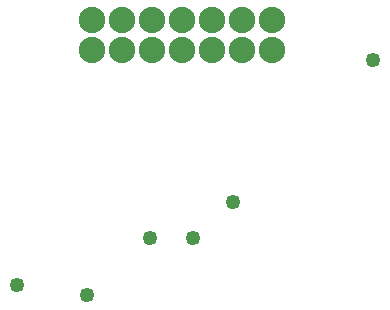
<source format=gbs>
G04 MADE WITH FRITZING*
G04 WWW.FRITZING.ORG*
G04 DOUBLE SIDED*
G04 HOLES PLATED*
G04 CONTOUR ON CENTER OF CONTOUR VECTOR*
%ASAXBY*%
%FSLAX23Y23*%
%MOIN*%
%OFA0B0*%
%SFA1.0B1.0*%
%ADD10C,0.049370*%
%ADD11C,0.088000*%
%LNMASK0*%
G90*
G70*
G54D10*
X140Y478D03*
X374Y445D03*
X1329Y1230D03*
X860Y757D03*
X585Y635D03*
X727Y635D03*
G54D11*
X992Y1261D03*
X892Y1261D03*
X792Y1261D03*
X692Y1261D03*
X592Y1261D03*
X492Y1261D03*
X392Y1261D03*
X992Y1261D03*
X892Y1261D03*
X792Y1261D03*
X692Y1261D03*
X592Y1261D03*
X492Y1261D03*
X392Y1261D03*
X392Y1361D03*
X492Y1361D03*
X592Y1361D03*
X692Y1361D03*
X792Y1361D03*
X892Y1361D03*
X992Y1361D03*
X992Y1261D03*
X892Y1261D03*
X792Y1261D03*
X692Y1261D03*
X592Y1261D03*
X492Y1261D03*
X392Y1261D03*
X992Y1261D03*
X892Y1261D03*
X792Y1261D03*
X692Y1261D03*
X592Y1261D03*
X492Y1261D03*
X392Y1261D03*
X392Y1361D03*
X492Y1361D03*
X592Y1361D03*
X692Y1361D03*
X792Y1361D03*
X892Y1361D03*
X992Y1361D03*
G04 End of Mask0*
M02*
</source>
